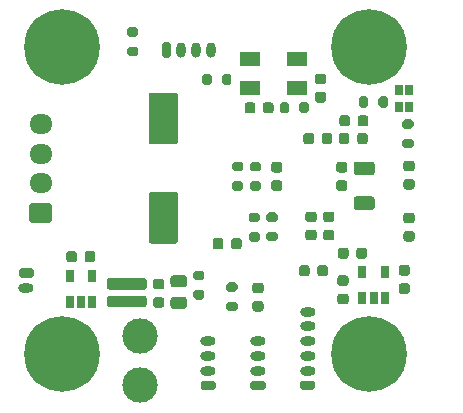
<source format=gbr>
%TF.GenerationSoftware,KiCad,Pcbnew,5.1.10-88a1d61d58~88~ubuntu20.04.1*%
%TF.CreationDate,2021-05-10T19:00:39+02:00*%
%TF.ProjectId,StepperServo,53746570-7065-4725-9365-72766f2e6b69,rev?*%
%TF.SameCoordinates,Original*%
%TF.FileFunction,Soldermask,Top*%
%TF.FilePolarity,Negative*%
%FSLAX46Y46*%
G04 Gerber Fmt 4.6, Leading zero omitted, Abs format (unit mm)*
G04 Created by KiCad (PCBNEW 5.1.10-88a1d61d58~88~ubuntu20.04.1) date 2021-05-10 19:00:39*
%MOMM*%
%LPD*%
G01*
G04 APERTURE LIST*
%ADD10R,0.650000X1.060000*%
%ADD11O,1.300000X0.800000*%
%ADD12O,0.800000X1.300000*%
%ADD13C,0.800000*%
%ADD14C,6.400000*%
%ADD15R,1.800000X1.200000*%
%ADD16O,1.950000X1.700000*%
%ADD17C,3.000000*%
%ADD18R,0.650000X0.850000*%
G04 APERTURE END LIST*
%TO.C,C41*%
G36*
G01*
X141425000Y-111750000D02*
X141425000Y-111250000D01*
G75*
G02*
X141650000Y-111025000I225000J0D01*
G01*
X142100000Y-111025000D01*
G75*
G02*
X142325000Y-111250000I0J-225000D01*
G01*
X142325000Y-111750000D01*
G75*
G02*
X142100000Y-111975000I-225000J0D01*
G01*
X141650000Y-111975000D01*
G75*
G02*
X141425000Y-111750000I0J225000D01*
G01*
G37*
G36*
G01*
X139875000Y-111750000D02*
X139875000Y-111250000D01*
G75*
G02*
X140100000Y-111025000I225000J0D01*
G01*
X140550000Y-111025000D01*
G75*
G02*
X140775000Y-111250000I0J-225000D01*
G01*
X140775000Y-111750000D01*
G75*
G02*
X140550000Y-111975000I-225000J0D01*
G01*
X140100000Y-111975000D01*
G75*
G02*
X139875000Y-111750000I0J225000D01*
G01*
G37*
%TD*%
D10*
%TO.C,U7*%
X140150000Y-113100000D03*
X142050000Y-113100000D03*
X142050000Y-115300000D03*
X141100000Y-115300000D03*
X140150000Y-115300000D03*
%TD*%
%TO.C,R23*%
G36*
G01*
X150825000Y-114325000D02*
X151375000Y-114325000D01*
G75*
G02*
X151575000Y-114525000I0J-200000D01*
G01*
X151575000Y-114925000D01*
G75*
G02*
X151375000Y-115125000I-200000J0D01*
G01*
X150825000Y-115125000D01*
G75*
G02*
X150625000Y-114925000I0J200000D01*
G01*
X150625000Y-114525000D01*
G75*
G02*
X150825000Y-114325000I200000J0D01*
G01*
G37*
G36*
G01*
X150825000Y-112675000D02*
X151375000Y-112675000D01*
G75*
G02*
X151575000Y-112875000I0J-200000D01*
G01*
X151575000Y-113275000D01*
G75*
G02*
X151375000Y-113475000I-200000J0D01*
G01*
X150825000Y-113475000D01*
G75*
G02*
X150625000Y-113275000I0J200000D01*
G01*
X150625000Y-112875000D01*
G75*
G02*
X150825000Y-112675000I200000J0D01*
G01*
G37*
%TD*%
%TO.C,R1*%
G36*
G01*
X143550000Y-114800000D02*
X146450000Y-114800000D01*
G75*
G02*
X146700000Y-115050000I0J-250000D01*
G01*
X146700000Y-115550000D01*
G75*
G02*
X146450000Y-115800000I-250000J0D01*
G01*
X143550000Y-115800000D01*
G75*
G02*
X143300000Y-115550000I0J250000D01*
G01*
X143300000Y-115050000D01*
G75*
G02*
X143550000Y-114800000I250000J0D01*
G01*
G37*
G36*
G01*
X143550000Y-113300000D02*
X146450000Y-113300000D01*
G75*
G02*
X146700000Y-113550000I0J-250000D01*
G01*
X146700000Y-114050000D01*
G75*
G02*
X146450000Y-114300000I-250000J0D01*
G01*
X143550000Y-114300000D01*
G75*
G02*
X143300000Y-114050000I0J250000D01*
G01*
X143300000Y-113550000D01*
G75*
G02*
X143550000Y-113300000I250000J0D01*
G01*
G37*
%TD*%
%TO.C,C40*%
G36*
G01*
X160350000Y-109225000D02*
X160850000Y-109225000D01*
G75*
G02*
X161075000Y-109450000I0J-225000D01*
G01*
X161075000Y-109900000D01*
G75*
G02*
X160850000Y-110125000I-225000J0D01*
G01*
X160350000Y-110125000D01*
G75*
G02*
X160125000Y-109900000I0J225000D01*
G01*
X160125000Y-109450000D01*
G75*
G02*
X160350000Y-109225000I225000J0D01*
G01*
G37*
G36*
G01*
X160350000Y-107675000D02*
X160850000Y-107675000D01*
G75*
G02*
X161075000Y-107900000I0J-225000D01*
G01*
X161075000Y-108350000D01*
G75*
G02*
X160850000Y-108575000I-225000J0D01*
G01*
X160350000Y-108575000D01*
G75*
G02*
X160125000Y-108350000I0J225000D01*
G01*
X160125000Y-107900000D01*
G75*
G02*
X160350000Y-107675000I225000J0D01*
G01*
G37*
%TD*%
%TO.C,C7*%
G36*
G01*
X161850000Y-109225000D02*
X162350000Y-109225000D01*
G75*
G02*
X162575000Y-109450000I0J-225000D01*
G01*
X162575000Y-109900000D01*
G75*
G02*
X162350000Y-110125000I-225000J0D01*
G01*
X161850000Y-110125000D01*
G75*
G02*
X161625000Y-109900000I0J225000D01*
G01*
X161625000Y-109450000D01*
G75*
G02*
X161850000Y-109225000I225000J0D01*
G01*
G37*
G36*
G01*
X161850000Y-107675000D02*
X162350000Y-107675000D01*
G75*
G02*
X162575000Y-107900000I0J-225000D01*
G01*
X162575000Y-108350000D01*
G75*
G02*
X162350000Y-108575000I-225000J0D01*
G01*
X161850000Y-108575000D01*
G75*
G02*
X161625000Y-108350000I0J225000D01*
G01*
X161625000Y-107900000D01*
G75*
G02*
X161850000Y-107675000I225000J0D01*
G01*
G37*
%TD*%
%TO.C,U1*%
X164950000Y-112800000D03*
X166850000Y-112800000D03*
X166850000Y-115000000D03*
X165900000Y-115000000D03*
X164950000Y-115000000D03*
%TD*%
%TO.C,R19*%
G36*
G01*
X158750000Y-98625000D02*
X158750000Y-99175000D01*
G75*
G02*
X158550000Y-99375000I-200000J0D01*
G01*
X158150000Y-99375000D01*
G75*
G02*
X157950000Y-99175000I0J200000D01*
G01*
X157950000Y-98625000D01*
G75*
G02*
X158150000Y-98425000I200000J0D01*
G01*
X158550000Y-98425000D01*
G75*
G02*
X158750000Y-98625000I0J-200000D01*
G01*
G37*
G36*
G01*
X160400000Y-98625000D02*
X160400000Y-99175000D01*
G75*
G02*
X160200000Y-99375000I-200000J0D01*
G01*
X159800000Y-99375000D01*
G75*
G02*
X159600000Y-99175000I0J200000D01*
G01*
X159600000Y-98625000D01*
G75*
G02*
X159800000Y-98425000I200000J0D01*
G01*
X160200000Y-98425000D01*
G75*
G02*
X160400000Y-98625000I0J-200000D01*
G01*
G37*
%TD*%
%TO.C,R4*%
G36*
G01*
X157575000Y-108550000D02*
X157025000Y-108550000D01*
G75*
G02*
X156825000Y-108350000I0J200000D01*
G01*
X156825000Y-107950000D01*
G75*
G02*
X157025000Y-107750000I200000J0D01*
G01*
X157575000Y-107750000D01*
G75*
G02*
X157775000Y-107950000I0J-200000D01*
G01*
X157775000Y-108350000D01*
G75*
G02*
X157575000Y-108550000I-200000J0D01*
G01*
G37*
G36*
G01*
X157575000Y-110200000D02*
X157025000Y-110200000D01*
G75*
G02*
X156825000Y-110000000I0J200000D01*
G01*
X156825000Y-109600000D01*
G75*
G02*
X157025000Y-109400000I200000J0D01*
G01*
X157575000Y-109400000D01*
G75*
G02*
X157775000Y-109600000I0J-200000D01*
G01*
X157775000Y-110000000D01*
G75*
G02*
X157575000Y-110200000I-200000J0D01*
G01*
G37*
%TD*%
D11*
%TO.C,J6*%
X136500000Y-114150000D03*
G36*
G01*
X136050000Y-112500000D02*
X136950000Y-112500000D01*
G75*
G02*
X137150000Y-112700000I0J-200000D01*
G01*
X137150000Y-113100000D01*
G75*
G02*
X136950000Y-113300000I-200000J0D01*
G01*
X136050000Y-113300000D01*
G75*
G02*
X135850000Y-113100000I0J200000D01*
G01*
X135850000Y-112700000D01*
G75*
G02*
X136050000Y-112500000I200000J0D01*
G01*
G37*
%TD*%
D12*
%TO.C,J4*%
X152100000Y-94000000D03*
X150850000Y-94000000D03*
X149600000Y-94000000D03*
G36*
G01*
X147950000Y-94450000D02*
X147950000Y-93550000D01*
G75*
G02*
X148150000Y-93350000I200000J0D01*
G01*
X148550000Y-93350000D01*
G75*
G02*
X148750000Y-93550000I0J-200000D01*
G01*
X148750000Y-94450000D01*
G75*
G02*
X148550000Y-94650000I-200000J0D01*
G01*
X148150000Y-94650000D01*
G75*
G02*
X147950000Y-94450000I0J200000D01*
G01*
G37*
%TD*%
D13*
%TO.C,H4*%
X167197056Y-118052944D03*
X165500000Y-117350000D03*
X163802944Y-118052944D03*
X163100000Y-119750000D03*
X163802944Y-121447056D03*
X165500000Y-122150000D03*
X167197056Y-121447056D03*
X167900000Y-119750000D03*
D14*
X165500000Y-119750000D03*
%TD*%
D13*
%TO.C,H3*%
X141197056Y-118052944D03*
X139500000Y-117350000D03*
X137802944Y-118052944D03*
X137100000Y-119750000D03*
X137802944Y-121447056D03*
X139500000Y-122150000D03*
X141197056Y-121447056D03*
X141900000Y-119750000D03*
D14*
X139500000Y-119750000D03*
%TD*%
D13*
%TO.C,H2*%
X167197056Y-92052944D03*
X165500000Y-91350000D03*
X163802944Y-92052944D03*
X163100000Y-93750000D03*
X163802944Y-95447056D03*
X165500000Y-96150000D03*
X167197056Y-95447056D03*
X167900000Y-93750000D03*
D14*
X165500000Y-93750000D03*
%TD*%
D13*
%TO.C,H1*%
X141197056Y-92052944D03*
X139500000Y-91350000D03*
X137802944Y-92052944D03*
X137100000Y-93750000D03*
X137802944Y-95447056D03*
X139500000Y-96150000D03*
X141197056Y-95447056D03*
X141900000Y-93750000D03*
D14*
X139500000Y-93750000D03*
%TD*%
%TO.C,C39*%
G36*
G01*
X153175000Y-110150000D02*
X153175000Y-110650000D01*
G75*
G02*
X152950000Y-110875000I-225000J0D01*
G01*
X152500000Y-110875000D01*
G75*
G02*
X152275000Y-110650000I0J225000D01*
G01*
X152275000Y-110150000D01*
G75*
G02*
X152500000Y-109925000I225000J0D01*
G01*
X152950000Y-109925000D01*
G75*
G02*
X153175000Y-110150000I0J-225000D01*
G01*
G37*
G36*
G01*
X154725000Y-110150000D02*
X154725000Y-110650000D01*
G75*
G02*
X154500000Y-110875000I-225000J0D01*
G01*
X154050000Y-110875000D01*
G75*
G02*
X153825000Y-110650000I0J225000D01*
G01*
X153825000Y-110150000D01*
G75*
G02*
X154050000Y-109925000I225000J0D01*
G01*
X154500000Y-109925000D01*
G75*
G02*
X154725000Y-110150000I0J-225000D01*
G01*
G37*
%TD*%
%TO.C,C35*%
G36*
G01*
X162950000Y-105025000D02*
X163450000Y-105025000D01*
G75*
G02*
X163675000Y-105250000I0J-225000D01*
G01*
X163675000Y-105700000D01*
G75*
G02*
X163450000Y-105925000I-225000J0D01*
G01*
X162950000Y-105925000D01*
G75*
G02*
X162725000Y-105700000I0J225000D01*
G01*
X162725000Y-105250000D01*
G75*
G02*
X162950000Y-105025000I225000J0D01*
G01*
G37*
G36*
G01*
X162950000Y-103475000D02*
X163450000Y-103475000D01*
G75*
G02*
X163675000Y-103700000I0J-225000D01*
G01*
X163675000Y-104150000D01*
G75*
G02*
X163450000Y-104375000I-225000J0D01*
G01*
X162950000Y-104375000D01*
G75*
G02*
X162725000Y-104150000I0J225000D01*
G01*
X162725000Y-103700000D01*
G75*
G02*
X162950000Y-103475000I225000J0D01*
G01*
G37*
%TD*%
%TO.C,C34*%
G36*
G01*
X161650000Y-96900000D02*
X161150000Y-96900000D01*
G75*
G02*
X160925000Y-96675000I0J225000D01*
G01*
X160925000Y-96225000D01*
G75*
G02*
X161150000Y-96000000I225000J0D01*
G01*
X161650000Y-96000000D01*
G75*
G02*
X161875000Y-96225000I0J-225000D01*
G01*
X161875000Y-96675000D01*
G75*
G02*
X161650000Y-96900000I-225000J0D01*
G01*
G37*
G36*
G01*
X161650000Y-98450000D02*
X161150000Y-98450000D01*
G75*
G02*
X160925000Y-98225000I0J225000D01*
G01*
X160925000Y-97775000D01*
G75*
G02*
X161150000Y-97550000I225000J0D01*
G01*
X161650000Y-97550000D01*
G75*
G02*
X161875000Y-97775000I0J-225000D01*
G01*
X161875000Y-98225000D01*
G75*
G02*
X161650000Y-98450000I-225000J0D01*
G01*
G37*
%TD*%
%TO.C,C33*%
G36*
G01*
X156525000Y-99150000D02*
X156525000Y-98650000D01*
G75*
G02*
X156750000Y-98425000I225000J0D01*
G01*
X157200000Y-98425000D01*
G75*
G02*
X157425000Y-98650000I0J-225000D01*
G01*
X157425000Y-99150000D01*
G75*
G02*
X157200000Y-99375000I-225000J0D01*
G01*
X156750000Y-99375000D01*
G75*
G02*
X156525000Y-99150000I0J225000D01*
G01*
G37*
G36*
G01*
X154975000Y-99150000D02*
X154975000Y-98650000D01*
G75*
G02*
X155200000Y-98425000I225000J0D01*
G01*
X155650000Y-98425000D01*
G75*
G02*
X155875000Y-98650000I0J-225000D01*
G01*
X155875000Y-99150000D01*
G75*
G02*
X155650000Y-99375000I-225000J0D01*
G01*
X155200000Y-99375000D01*
G75*
G02*
X154975000Y-99150000I0J225000D01*
G01*
G37*
%TD*%
%TO.C,C30*%
G36*
G01*
X163850000Y-101250000D02*
X163850000Y-101750000D01*
G75*
G02*
X163625000Y-101975000I-225000J0D01*
G01*
X163175000Y-101975000D01*
G75*
G02*
X162950000Y-101750000I0J225000D01*
G01*
X162950000Y-101250000D01*
G75*
G02*
X163175000Y-101025000I225000J0D01*
G01*
X163625000Y-101025000D01*
G75*
G02*
X163850000Y-101250000I0J-225000D01*
G01*
G37*
G36*
G01*
X165400000Y-101250000D02*
X165400000Y-101750000D01*
G75*
G02*
X165175000Y-101975000I-225000J0D01*
G01*
X164725000Y-101975000D01*
G75*
G02*
X164500000Y-101750000I0J225000D01*
G01*
X164500000Y-101250000D01*
G75*
G02*
X164725000Y-101025000I225000J0D01*
G01*
X165175000Y-101025000D01*
G75*
G02*
X165400000Y-101250000I0J-225000D01*
G01*
G37*
%TD*%
%TO.C,C28*%
G36*
G01*
X163900000Y-99750000D02*
X163900000Y-100250000D01*
G75*
G02*
X163675000Y-100475000I-225000J0D01*
G01*
X163225000Y-100475000D01*
G75*
G02*
X163000000Y-100250000I0J225000D01*
G01*
X163000000Y-99750000D01*
G75*
G02*
X163225000Y-99525000I225000J0D01*
G01*
X163675000Y-99525000D01*
G75*
G02*
X163900000Y-99750000I0J-225000D01*
G01*
G37*
G36*
G01*
X165450000Y-99750000D02*
X165450000Y-100250000D01*
G75*
G02*
X165225000Y-100475000I-225000J0D01*
G01*
X164775000Y-100475000D01*
G75*
G02*
X164550000Y-100250000I0J225000D01*
G01*
X164550000Y-99750000D01*
G75*
G02*
X164775000Y-99525000I225000J0D01*
G01*
X165225000Y-99525000D01*
G75*
G02*
X165450000Y-99750000I0J-225000D01*
G01*
G37*
%TD*%
%TO.C,C27*%
G36*
G01*
X168650000Y-109325000D02*
X169150000Y-109325000D01*
G75*
G02*
X169375000Y-109550000I0J-225000D01*
G01*
X169375000Y-110000000D01*
G75*
G02*
X169150000Y-110225000I-225000J0D01*
G01*
X168650000Y-110225000D01*
G75*
G02*
X168425000Y-110000000I0J225000D01*
G01*
X168425000Y-109550000D01*
G75*
G02*
X168650000Y-109325000I225000J0D01*
G01*
G37*
G36*
G01*
X168650000Y-107775000D02*
X169150000Y-107775000D01*
G75*
G02*
X169375000Y-108000000I0J-225000D01*
G01*
X169375000Y-108450000D01*
G75*
G02*
X169150000Y-108675000I-225000J0D01*
G01*
X168650000Y-108675000D01*
G75*
G02*
X168425000Y-108450000I0J225000D01*
G01*
X168425000Y-108000000D01*
G75*
G02*
X168650000Y-107775000I225000J0D01*
G01*
G37*
%TD*%
%TO.C,C26*%
G36*
G01*
X169150000Y-104275000D02*
X168650000Y-104275000D01*
G75*
G02*
X168425000Y-104050000I0J225000D01*
G01*
X168425000Y-103600000D01*
G75*
G02*
X168650000Y-103375000I225000J0D01*
G01*
X169150000Y-103375000D01*
G75*
G02*
X169375000Y-103600000I0J-225000D01*
G01*
X169375000Y-104050000D01*
G75*
G02*
X169150000Y-104275000I-225000J0D01*
G01*
G37*
G36*
G01*
X169150000Y-105825000D02*
X168650000Y-105825000D01*
G75*
G02*
X168425000Y-105600000I0J225000D01*
G01*
X168425000Y-105150000D01*
G75*
G02*
X168650000Y-104925000I225000J0D01*
G01*
X169150000Y-104925000D01*
G75*
G02*
X169375000Y-105150000I0J-225000D01*
G01*
X169375000Y-105600000D01*
G75*
G02*
X169150000Y-105825000I-225000J0D01*
G01*
G37*
%TD*%
%TO.C,C25*%
G36*
G01*
X157950000Y-104375000D02*
X157450000Y-104375000D01*
G75*
G02*
X157225000Y-104150000I0J225000D01*
G01*
X157225000Y-103700000D01*
G75*
G02*
X157450000Y-103475000I225000J0D01*
G01*
X157950000Y-103475000D01*
G75*
G02*
X158175000Y-103700000I0J-225000D01*
G01*
X158175000Y-104150000D01*
G75*
G02*
X157950000Y-104375000I-225000J0D01*
G01*
G37*
G36*
G01*
X157950000Y-105925000D02*
X157450000Y-105925000D01*
G75*
G02*
X157225000Y-105700000I0J225000D01*
G01*
X157225000Y-105250000D01*
G75*
G02*
X157450000Y-105025000I225000J0D01*
G01*
X157950000Y-105025000D01*
G75*
G02*
X158175000Y-105250000I0J-225000D01*
G01*
X158175000Y-105700000D01*
G75*
G02*
X157950000Y-105925000I-225000J0D01*
G01*
G37*
%TD*%
%TO.C,C24*%
G36*
G01*
X160850000Y-101250000D02*
X160850000Y-101750000D01*
G75*
G02*
X160625000Y-101975000I-225000J0D01*
G01*
X160175000Y-101975000D01*
G75*
G02*
X159950000Y-101750000I0J225000D01*
G01*
X159950000Y-101250000D01*
G75*
G02*
X160175000Y-101025000I225000J0D01*
G01*
X160625000Y-101025000D01*
G75*
G02*
X160850000Y-101250000I0J-225000D01*
G01*
G37*
G36*
G01*
X162400000Y-101250000D02*
X162400000Y-101750000D01*
G75*
G02*
X162175000Y-101975000I-225000J0D01*
G01*
X161725000Y-101975000D01*
G75*
G02*
X161500000Y-101750000I0J225000D01*
G01*
X161500000Y-101250000D01*
G75*
G02*
X161725000Y-101025000I225000J0D01*
G01*
X162175000Y-101025000D01*
G75*
G02*
X162400000Y-101250000I0J-225000D01*
G01*
G37*
%TD*%
%TO.C,C23*%
G36*
G01*
X160475000Y-112450000D02*
X160475000Y-112950000D01*
G75*
G02*
X160250000Y-113175000I-225000J0D01*
G01*
X159800000Y-113175000D01*
G75*
G02*
X159575000Y-112950000I0J225000D01*
G01*
X159575000Y-112450000D01*
G75*
G02*
X159800000Y-112225000I225000J0D01*
G01*
X160250000Y-112225000D01*
G75*
G02*
X160475000Y-112450000I0J-225000D01*
G01*
G37*
G36*
G01*
X162025000Y-112450000D02*
X162025000Y-112950000D01*
G75*
G02*
X161800000Y-113175000I-225000J0D01*
G01*
X161350000Y-113175000D01*
G75*
G02*
X161125000Y-112950000I0J225000D01*
G01*
X161125000Y-112450000D01*
G75*
G02*
X161350000Y-112225000I225000J0D01*
G01*
X161800000Y-112225000D01*
G75*
G02*
X162025000Y-112450000I0J-225000D01*
G01*
G37*
%TD*%
%TO.C,C5*%
G36*
G01*
X165750001Y-104600000D02*
X164449999Y-104600000D01*
G75*
G02*
X164200000Y-104350001I0J249999D01*
G01*
X164200000Y-103699999D01*
G75*
G02*
X164449999Y-103450000I249999J0D01*
G01*
X165750001Y-103450000D01*
G75*
G02*
X166000000Y-103699999I0J-249999D01*
G01*
X166000000Y-104350001D01*
G75*
G02*
X165750001Y-104600000I-249999J0D01*
G01*
G37*
G36*
G01*
X165750001Y-107550000D02*
X164449999Y-107550000D01*
G75*
G02*
X164200000Y-107300001I0J249999D01*
G01*
X164200000Y-106649999D01*
G75*
G02*
X164449999Y-106400000I249999J0D01*
G01*
X165750001Y-106400000D01*
G75*
G02*
X166000000Y-106649999I0J-249999D01*
G01*
X166000000Y-107300001D01*
G75*
G02*
X165750001Y-107550000I-249999J0D01*
G01*
G37*
%TD*%
D15*
%TO.C,Y1*%
X159400000Y-97200000D03*
X155400000Y-97200000D03*
X155400000Y-94800000D03*
X159400000Y-94800000D03*
%TD*%
%TO.C,R22*%
G36*
G01*
X166300000Y-98675000D02*
X166300000Y-98125000D01*
G75*
G02*
X166500000Y-97925000I200000J0D01*
G01*
X166900000Y-97925000D01*
G75*
G02*
X167100000Y-98125000I0J-200000D01*
G01*
X167100000Y-98675000D01*
G75*
G02*
X166900000Y-98875000I-200000J0D01*
G01*
X166500000Y-98875000D01*
G75*
G02*
X166300000Y-98675000I0J200000D01*
G01*
G37*
G36*
G01*
X164650000Y-98675000D02*
X164650000Y-98125000D01*
G75*
G02*
X164850000Y-97925000I200000J0D01*
G01*
X165250000Y-97925000D01*
G75*
G02*
X165450000Y-98125000I0J-200000D01*
G01*
X165450000Y-98675000D01*
G75*
G02*
X165250000Y-98875000I-200000J0D01*
G01*
X164850000Y-98875000D01*
G75*
G02*
X164650000Y-98675000I0J200000D01*
G01*
G37*
%TD*%
%TO.C,R21*%
G36*
G01*
X169075000Y-100675000D02*
X168525000Y-100675000D01*
G75*
G02*
X168325000Y-100475000I0J200000D01*
G01*
X168325000Y-100075000D01*
G75*
G02*
X168525000Y-99875000I200000J0D01*
G01*
X169075000Y-99875000D01*
G75*
G02*
X169275000Y-100075000I0J-200000D01*
G01*
X169275000Y-100475000D01*
G75*
G02*
X169075000Y-100675000I-200000J0D01*
G01*
G37*
G36*
G01*
X169075000Y-102325000D02*
X168525000Y-102325000D01*
G75*
G02*
X168325000Y-102125000I0J200000D01*
G01*
X168325000Y-101725000D01*
G75*
G02*
X168525000Y-101525000I200000J0D01*
G01*
X169075000Y-101525000D01*
G75*
G02*
X169275000Y-101725000I0J-200000D01*
G01*
X169275000Y-102125000D01*
G75*
G02*
X169075000Y-102325000I-200000J0D01*
G01*
G37*
%TD*%
%TO.C,R15*%
G36*
G01*
X154675000Y-104275000D02*
X154125000Y-104275000D01*
G75*
G02*
X153925000Y-104075000I0J200000D01*
G01*
X153925000Y-103675000D01*
G75*
G02*
X154125000Y-103475000I200000J0D01*
G01*
X154675000Y-103475000D01*
G75*
G02*
X154875000Y-103675000I0J-200000D01*
G01*
X154875000Y-104075000D01*
G75*
G02*
X154675000Y-104275000I-200000J0D01*
G01*
G37*
G36*
G01*
X154675000Y-105925000D02*
X154125000Y-105925000D01*
G75*
G02*
X153925000Y-105725000I0J200000D01*
G01*
X153925000Y-105325000D01*
G75*
G02*
X154125000Y-105125000I200000J0D01*
G01*
X154675000Y-105125000D01*
G75*
G02*
X154875000Y-105325000I0J-200000D01*
G01*
X154875000Y-105725000D01*
G75*
G02*
X154675000Y-105925000I-200000J0D01*
G01*
G37*
%TD*%
%TO.C,R14*%
G36*
G01*
X156175000Y-104275000D02*
X155625000Y-104275000D01*
G75*
G02*
X155425000Y-104075000I0J200000D01*
G01*
X155425000Y-103675000D01*
G75*
G02*
X155625000Y-103475000I200000J0D01*
G01*
X156175000Y-103475000D01*
G75*
G02*
X156375000Y-103675000I0J-200000D01*
G01*
X156375000Y-104075000D01*
G75*
G02*
X156175000Y-104275000I-200000J0D01*
G01*
G37*
G36*
G01*
X156175000Y-105925000D02*
X155625000Y-105925000D01*
G75*
G02*
X155425000Y-105725000I0J200000D01*
G01*
X155425000Y-105325000D01*
G75*
G02*
X155625000Y-105125000I200000J0D01*
G01*
X156175000Y-105125000D01*
G75*
G02*
X156375000Y-105325000I0J-200000D01*
G01*
X156375000Y-105725000D01*
G75*
G02*
X156175000Y-105925000I-200000J0D01*
G01*
G37*
%TD*%
%TO.C,R13*%
G36*
G01*
X145225000Y-93725000D02*
X145775000Y-93725000D01*
G75*
G02*
X145975000Y-93925000I0J-200000D01*
G01*
X145975000Y-94325000D01*
G75*
G02*
X145775000Y-94525000I-200000J0D01*
G01*
X145225000Y-94525000D01*
G75*
G02*
X145025000Y-94325000I0J200000D01*
G01*
X145025000Y-93925000D01*
G75*
G02*
X145225000Y-93725000I200000J0D01*
G01*
G37*
G36*
G01*
X145225000Y-92075000D02*
X145775000Y-92075000D01*
G75*
G02*
X145975000Y-92275000I0J-200000D01*
G01*
X145975000Y-92675000D01*
G75*
G02*
X145775000Y-92875000I-200000J0D01*
G01*
X145225000Y-92875000D01*
G75*
G02*
X145025000Y-92675000I0J200000D01*
G01*
X145025000Y-92275000D01*
G75*
G02*
X145225000Y-92075000I200000J0D01*
G01*
G37*
%TD*%
%TO.C,R12*%
G36*
G01*
X153050000Y-96775000D02*
X153050000Y-96225000D01*
G75*
G02*
X153250000Y-96025000I200000J0D01*
G01*
X153650000Y-96025000D01*
G75*
G02*
X153850000Y-96225000I0J-200000D01*
G01*
X153850000Y-96775000D01*
G75*
G02*
X153650000Y-96975000I-200000J0D01*
G01*
X153250000Y-96975000D01*
G75*
G02*
X153050000Y-96775000I0J200000D01*
G01*
G37*
G36*
G01*
X151400000Y-96775000D02*
X151400000Y-96225000D01*
G75*
G02*
X151600000Y-96025000I200000J0D01*
G01*
X152000000Y-96025000D01*
G75*
G02*
X152200000Y-96225000I0J-200000D01*
G01*
X152200000Y-96775000D01*
G75*
G02*
X152000000Y-96975000I-200000J0D01*
G01*
X151600000Y-96975000D01*
G75*
G02*
X151400000Y-96775000I0J200000D01*
G01*
G37*
%TD*%
%TO.C,R6*%
G36*
G01*
X156075000Y-108575000D02*
X155525000Y-108575000D01*
G75*
G02*
X155325000Y-108375000I0J200000D01*
G01*
X155325000Y-107975000D01*
G75*
G02*
X155525000Y-107775000I200000J0D01*
G01*
X156075000Y-107775000D01*
G75*
G02*
X156275000Y-107975000I0J-200000D01*
G01*
X156275000Y-108375000D01*
G75*
G02*
X156075000Y-108575000I-200000J0D01*
G01*
G37*
G36*
G01*
X156075000Y-110225000D02*
X155525000Y-110225000D01*
G75*
G02*
X155325000Y-110025000I0J200000D01*
G01*
X155325000Y-109625000D01*
G75*
G02*
X155525000Y-109425000I200000J0D01*
G01*
X156075000Y-109425000D01*
G75*
G02*
X156275000Y-109625000I0J-200000D01*
G01*
X156275000Y-110025000D01*
G75*
G02*
X156075000Y-110225000I-200000J0D01*
G01*
G37*
%TD*%
%TO.C,R3*%
G36*
G01*
X148949999Y-114900000D02*
X149850001Y-114900000D01*
G75*
G02*
X150100000Y-115149999I0J-249999D01*
G01*
X150100000Y-115675001D01*
G75*
G02*
X149850001Y-115925000I-249999J0D01*
G01*
X148949999Y-115925000D01*
G75*
G02*
X148700000Y-115675001I0J249999D01*
G01*
X148700000Y-115149999D01*
G75*
G02*
X148949999Y-114900000I249999J0D01*
G01*
G37*
G36*
G01*
X148949999Y-113075000D02*
X149850001Y-113075000D01*
G75*
G02*
X150100000Y-113324999I0J-249999D01*
G01*
X150100000Y-113850001D01*
G75*
G02*
X149850001Y-114100000I-249999J0D01*
G01*
X148949999Y-114100000D01*
G75*
G02*
X148700000Y-113850001I0J249999D01*
G01*
X148700000Y-113324999D01*
G75*
G02*
X148949999Y-113075000I249999J0D01*
G01*
G37*
%TD*%
%TO.C,R2*%
G36*
G01*
X153625000Y-115325000D02*
X154175000Y-115325000D01*
G75*
G02*
X154375000Y-115525000I0J-200000D01*
G01*
X154375000Y-115925000D01*
G75*
G02*
X154175000Y-116125000I-200000J0D01*
G01*
X153625000Y-116125000D01*
G75*
G02*
X153425000Y-115925000I0J200000D01*
G01*
X153425000Y-115525000D01*
G75*
G02*
X153625000Y-115325000I200000J0D01*
G01*
G37*
G36*
G01*
X153625000Y-113675000D02*
X154175000Y-113675000D01*
G75*
G02*
X154375000Y-113875000I0J-200000D01*
G01*
X154375000Y-114275000D01*
G75*
G02*
X154175000Y-114475000I-200000J0D01*
G01*
X153625000Y-114475000D01*
G75*
G02*
X153425000Y-114275000I0J200000D01*
G01*
X153425000Y-113875000D01*
G75*
G02*
X153625000Y-113675000I200000J0D01*
G01*
G37*
%TD*%
D11*
%TO.C,J_SWD1*%
X160300000Y-116150000D03*
X160300000Y-117400000D03*
X160300000Y-118650000D03*
X160300000Y-119900000D03*
X160300000Y-121150000D03*
G36*
G01*
X160750000Y-122800000D02*
X159850000Y-122800000D01*
G75*
G02*
X159650000Y-122600000I0J200000D01*
G01*
X159650000Y-122200000D01*
G75*
G02*
X159850000Y-122000000I200000J0D01*
G01*
X160750000Y-122000000D01*
G75*
G02*
X160950000Y-122200000I0J-200000D01*
G01*
X160950000Y-122600000D01*
G75*
G02*
X160750000Y-122800000I-200000J0D01*
G01*
G37*
%TD*%
%TO.C,J_CAN2*%
X151900000Y-118650000D03*
X151900000Y-119900000D03*
X151900000Y-121150000D03*
G36*
G01*
X152350000Y-122800000D02*
X151450000Y-122800000D01*
G75*
G02*
X151250000Y-122600000I0J200000D01*
G01*
X151250000Y-122200000D01*
G75*
G02*
X151450000Y-122000000I200000J0D01*
G01*
X152350000Y-122000000D01*
G75*
G02*
X152550000Y-122200000I0J-200000D01*
G01*
X152550000Y-122600000D01*
G75*
G02*
X152350000Y-122800000I-200000J0D01*
G01*
G37*
%TD*%
%TO.C,J_CAN1*%
X156100000Y-118650000D03*
X156100000Y-119900000D03*
X156100000Y-121150000D03*
G36*
G01*
X156550000Y-122800000D02*
X155650000Y-122800000D01*
G75*
G02*
X155450000Y-122600000I0J200000D01*
G01*
X155450000Y-122200000D01*
G75*
G02*
X155650000Y-122000000I200000J0D01*
G01*
X156550000Y-122000000D01*
G75*
G02*
X156750000Y-122200000I0J-200000D01*
G01*
X156750000Y-122600000D01*
G75*
G02*
X156550000Y-122800000I-200000J0D01*
G01*
G37*
%TD*%
D16*
%TO.C,J3*%
X137700000Y-100300000D03*
X137700000Y-102800000D03*
X137700000Y-105300000D03*
G36*
G01*
X138425000Y-108650000D02*
X136975000Y-108650000D01*
G75*
G02*
X136725000Y-108400000I0J250000D01*
G01*
X136725000Y-107200000D01*
G75*
G02*
X136975000Y-106950000I250000J0D01*
G01*
X138425000Y-106950000D01*
G75*
G02*
X138675000Y-107200000I0J-250000D01*
G01*
X138675000Y-108400000D01*
G75*
G02*
X138425000Y-108650000I-250000J0D01*
G01*
G37*
%TD*%
D17*
%TO.C,J2*%
X146100000Y-122400000D03*
%TD*%
%TO.C,J1*%
X146100000Y-118200000D03*
%TD*%
D18*
%TO.C,D1*%
X168925000Y-97375000D03*
X168075000Y-97375000D03*
X168075000Y-98825000D03*
X168925000Y-98825000D03*
%TD*%
%TO.C,C9*%
G36*
G01*
X147450000Y-114925000D02*
X147950000Y-114925000D01*
G75*
G02*
X148175000Y-115150000I0J-225000D01*
G01*
X148175000Y-115600000D01*
G75*
G02*
X147950000Y-115825000I-225000J0D01*
G01*
X147450000Y-115825000D01*
G75*
G02*
X147225000Y-115600000I0J225000D01*
G01*
X147225000Y-115150000D01*
G75*
G02*
X147450000Y-114925000I225000J0D01*
G01*
G37*
G36*
G01*
X147450000Y-113375000D02*
X147950000Y-113375000D01*
G75*
G02*
X148175000Y-113600000I0J-225000D01*
G01*
X148175000Y-114050000D01*
G75*
G02*
X147950000Y-114275000I-225000J0D01*
G01*
X147450000Y-114275000D01*
G75*
G02*
X147225000Y-114050000I0J225000D01*
G01*
X147225000Y-113600000D01*
G75*
G02*
X147450000Y-113375000I225000J0D01*
G01*
G37*
%TD*%
%TO.C,C6*%
G36*
G01*
X149100000Y-102000000D02*
X147100000Y-102000000D01*
G75*
G02*
X146850000Y-101750000I0J250000D01*
G01*
X146850000Y-97850000D01*
G75*
G02*
X147100000Y-97600000I250000J0D01*
G01*
X149100000Y-97600000D01*
G75*
G02*
X149350000Y-97850000I0J-250000D01*
G01*
X149350000Y-101750000D01*
G75*
G02*
X149100000Y-102000000I-250000J0D01*
G01*
G37*
G36*
G01*
X149100000Y-110400000D02*
X147100000Y-110400000D01*
G75*
G02*
X146850000Y-110150000I0J250000D01*
G01*
X146850000Y-106250000D01*
G75*
G02*
X147100000Y-106000000I250000J0D01*
G01*
X149100000Y-106000000D01*
G75*
G02*
X149350000Y-106250000I0J-250000D01*
G01*
X149350000Y-110150000D01*
G75*
G02*
X149100000Y-110400000I-250000J0D01*
G01*
G37*
%TD*%
%TO.C,C4*%
G36*
G01*
X163775000Y-110950000D02*
X163775000Y-111450000D01*
G75*
G02*
X163550000Y-111675000I-225000J0D01*
G01*
X163100000Y-111675000D01*
G75*
G02*
X162875000Y-111450000I0J225000D01*
G01*
X162875000Y-110950000D01*
G75*
G02*
X163100000Y-110725000I225000J0D01*
G01*
X163550000Y-110725000D01*
G75*
G02*
X163775000Y-110950000I0J-225000D01*
G01*
G37*
G36*
G01*
X165325000Y-110950000D02*
X165325000Y-111450000D01*
G75*
G02*
X165100000Y-111675000I-225000J0D01*
G01*
X164650000Y-111675000D01*
G75*
G02*
X164425000Y-111450000I0J225000D01*
G01*
X164425000Y-110950000D01*
G75*
G02*
X164650000Y-110725000I225000J0D01*
G01*
X165100000Y-110725000D01*
G75*
G02*
X165325000Y-110950000I0J-225000D01*
G01*
G37*
%TD*%
%TO.C,C3*%
G36*
G01*
X168250000Y-113750000D02*
X168750000Y-113750000D01*
G75*
G02*
X168975000Y-113975000I0J-225000D01*
G01*
X168975000Y-114425000D01*
G75*
G02*
X168750000Y-114650000I-225000J0D01*
G01*
X168250000Y-114650000D01*
G75*
G02*
X168025000Y-114425000I0J225000D01*
G01*
X168025000Y-113975000D01*
G75*
G02*
X168250000Y-113750000I225000J0D01*
G01*
G37*
G36*
G01*
X168250000Y-112200000D02*
X168750000Y-112200000D01*
G75*
G02*
X168975000Y-112425000I0J-225000D01*
G01*
X168975000Y-112875000D01*
G75*
G02*
X168750000Y-113100000I-225000J0D01*
G01*
X168250000Y-113100000D01*
G75*
G02*
X168025000Y-112875000I0J225000D01*
G01*
X168025000Y-112425000D01*
G75*
G02*
X168250000Y-112200000I225000J0D01*
G01*
G37*
%TD*%
%TO.C,C2*%
G36*
G01*
X163550000Y-113975000D02*
X163050000Y-113975000D01*
G75*
G02*
X162825000Y-113750000I0J225000D01*
G01*
X162825000Y-113300000D01*
G75*
G02*
X163050000Y-113075000I225000J0D01*
G01*
X163550000Y-113075000D01*
G75*
G02*
X163775000Y-113300000I0J-225000D01*
G01*
X163775000Y-113750000D01*
G75*
G02*
X163550000Y-113975000I-225000J0D01*
G01*
G37*
G36*
G01*
X163550000Y-115525000D02*
X163050000Y-115525000D01*
G75*
G02*
X162825000Y-115300000I0J225000D01*
G01*
X162825000Y-114850000D01*
G75*
G02*
X163050000Y-114625000I225000J0D01*
G01*
X163550000Y-114625000D01*
G75*
G02*
X163775000Y-114850000I0J-225000D01*
G01*
X163775000Y-115300000D01*
G75*
G02*
X163550000Y-115525000I-225000J0D01*
G01*
G37*
%TD*%
%TO.C,C1*%
G36*
G01*
X156350000Y-114600000D02*
X155850000Y-114600000D01*
G75*
G02*
X155625000Y-114375000I0J225000D01*
G01*
X155625000Y-113925000D01*
G75*
G02*
X155850000Y-113700000I225000J0D01*
G01*
X156350000Y-113700000D01*
G75*
G02*
X156575000Y-113925000I0J-225000D01*
G01*
X156575000Y-114375000D01*
G75*
G02*
X156350000Y-114600000I-225000J0D01*
G01*
G37*
G36*
G01*
X156350000Y-116150000D02*
X155850000Y-116150000D01*
G75*
G02*
X155625000Y-115925000I0J225000D01*
G01*
X155625000Y-115475000D01*
G75*
G02*
X155850000Y-115250000I225000J0D01*
G01*
X156350000Y-115250000D01*
G75*
G02*
X156575000Y-115475000I0J-225000D01*
G01*
X156575000Y-115925000D01*
G75*
G02*
X156350000Y-116150000I-225000J0D01*
G01*
G37*
%TD*%
M02*

</source>
